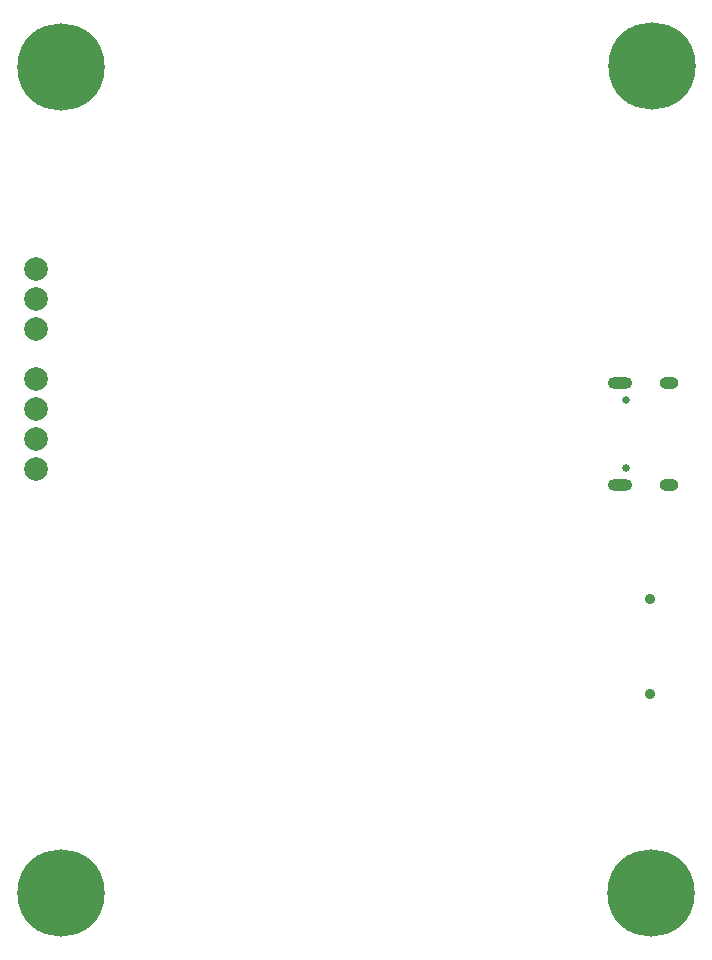
<source format=gbr>
%TF.GenerationSoftware,KiCad,Pcbnew,9.0.3*%
%TF.CreationDate,2025-09-14T01:16:20+07:00*%
%TF.ProjectId,CodeName0,436f6465-4e61-46d6-9530-2e6b69636164,rev?*%
%TF.SameCoordinates,Original*%
%TF.FileFunction,Soldermask,Bot*%
%TF.FilePolarity,Negative*%
%FSLAX46Y46*%
G04 Gerber Fmt 4.6, Leading zero omitted, Abs format (unit mm)*
G04 Created by KiCad (PCBNEW 9.0.3) date 2025-09-14 01:16:20*
%MOMM*%
%LPD*%
G01*
G04 APERTURE LIST*
%ADD10C,0.800000*%
%ADD11C,7.400000*%
%ADD12C,2.000000*%
%ADD13C,0.900000*%
%ADD14C,0.650000*%
%ADD15O,2.100000X1.000000*%
%ADD16O,1.600000X1.000000*%
G04 APERTURE END LIST*
D10*
%TO.C,REF\u002A\u002A*%
X152225000Y-135000000D03*
X153037779Y-133037779D03*
X153037779Y-136962221D03*
X155000000Y-132225000D03*
D11*
X155000000Y-135000000D03*
D10*
X155000000Y-137775000D03*
X156962221Y-133037779D03*
X156962221Y-136962221D03*
X157775000Y-135000000D03*
%TD*%
D12*
%TO.C,J9*%
X102900000Y-91450000D03*
X102900000Y-93990000D03*
X102900000Y-96530000D03*
X102900000Y-99070000D03*
%TD*%
D13*
%TO.C,J5*%
X154900000Y-118100000D03*
X154900000Y-110100000D03*
%TD*%
D10*
%TO.C,REF\u002A\u002A*%
X102225000Y-65000000D03*
X103037779Y-63037779D03*
X103037779Y-66962221D03*
X105000000Y-62225000D03*
D11*
X105000000Y-65000000D03*
D10*
X105000000Y-67775000D03*
X106962221Y-63037779D03*
X106962221Y-66962221D03*
X107775000Y-65000000D03*
%TD*%
D14*
%TO.C,J3*%
X152850000Y-99010000D03*
X152850000Y-93230000D03*
D15*
X152320000Y-100440000D03*
D16*
X156500000Y-100440000D03*
D15*
X152320000Y-91800000D03*
D16*
X156500000Y-91800000D03*
%TD*%
D10*
%TO.C,REF\u002A\u002A*%
X102225000Y-135000000D03*
X103037779Y-133037779D03*
X103037779Y-136962221D03*
X105000000Y-132225000D03*
D11*
X105000000Y-135000000D03*
D10*
X105000000Y-137775000D03*
X106962221Y-133037779D03*
X106962221Y-136962221D03*
X107775000Y-135000000D03*
%TD*%
D12*
%TO.C,J1*%
X102900000Y-82100000D03*
X102900000Y-84640000D03*
X102900000Y-87180000D03*
%TD*%
D10*
%TO.C,REF\u002A\u002A*%
X152262779Y-64962221D03*
X153075558Y-63000000D03*
X153075558Y-66924442D03*
X155037779Y-62187221D03*
D11*
X155037779Y-64962221D03*
D10*
X155037779Y-67737221D03*
X157000000Y-63000000D03*
X157000000Y-66924442D03*
X157812779Y-64962221D03*
%TD*%
M02*

</source>
